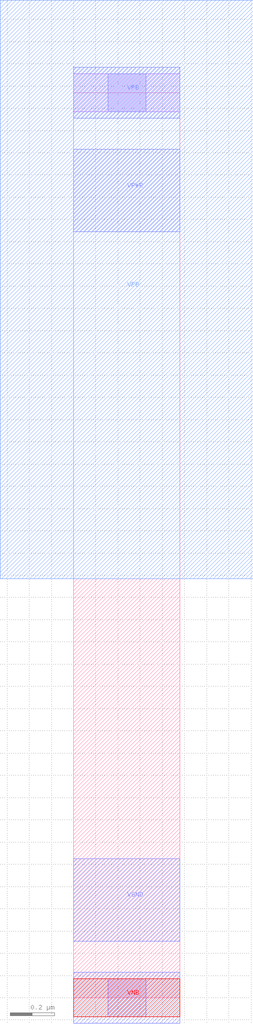
<source format=lef>
# Copyright 2020 The SkyWater PDK Authors
#
# Licensed under the Apache License, Version 2.0 (the "License");
# you may not use this file except in compliance with the License.
# You may obtain a copy of the License at
#
#     https://www.apache.org/licenses/LICENSE-2.0
#
# Unless required by applicable law or agreed to in writing, software
# distributed under the License is distributed on an "AS IS" BASIS,
# WITHOUT WARRANTIES OR CONDITIONS OF ANY KIND, either express or implied.
# See the License for the specific language governing permissions and
# limitations under the License.
#
# SPDX-License-Identifier: Apache-2.0

VERSION 5.7 ;
  NOWIREEXTENSIONATPIN ON ;
  DIVIDERCHAR "/" ;
  BUSBITCHARS "[]" ;
MACRO sky130_fd_sc_hvl__fill_1
  CLASS CORE SPACER ;
  FOREIGN sky130_fd_sc_hvl__fill_1 ;
  ORIGIN  0.000000  0.000000 ;
  SIZE  0.480000 BY  4.070000 ;
  SYMMETRY X Y ;
  SITE unithv ;
  PIN VGND
    DIRECTION INOUT ;
    USE GROUND ;
    PORT
      LAYER met1 ;
        RECT 0.000000 0.255000 0.480000 0.625000 ;
    END
  END VGND
  PIN VNB
    DIRECTION INOUT ;
    USE GROUND ;
    PORT
      LAYER li1 ;
        RECT 0.000000 -0.085000 0.480000 0.085000 ;
      LAYER mcon ;
        RECT 0.155000 -0.085000 0.325000 0.085000 ;
    END
    PORT
      LAYER met1 ;
        RECT 0.000000 -0.115000 0.480000 0.115000 ;
      LAYER pwell ;
        RECT 0.000000 -0.085000 0.480000 0.085000 ;
    END
  END VNB
  PIN VPB
    DIRECTION INOUT ;
    USE POWER ;
    PORT
      LAYER li1 ;
        RECT 0.000000 3.985000 0.480000 4.155000 ;
      LAYER mcon ;
        RECT 0.155000 3.985000 0.325000 4.155000 ;
    END
    PORT
      LAYER met1 ;
        RECT 0.000000 3.955000 0.480000 4.185000 ;
      LAYER nwell ;
        RECT -0.330000 1.885000 0.810000 4.485000 ;
    END
  END VPB
  PIN VPWR
    DIRECTION INOUT ;
    USE POWER ;
    PORT
      LAYER met1 ;
        RECT 0.000000 3.445000 0.480000 3.815000 ;
    END
  END VPWR
END sky130_fd_sc_hvl__fill_1
END LIBRARY

</source>
